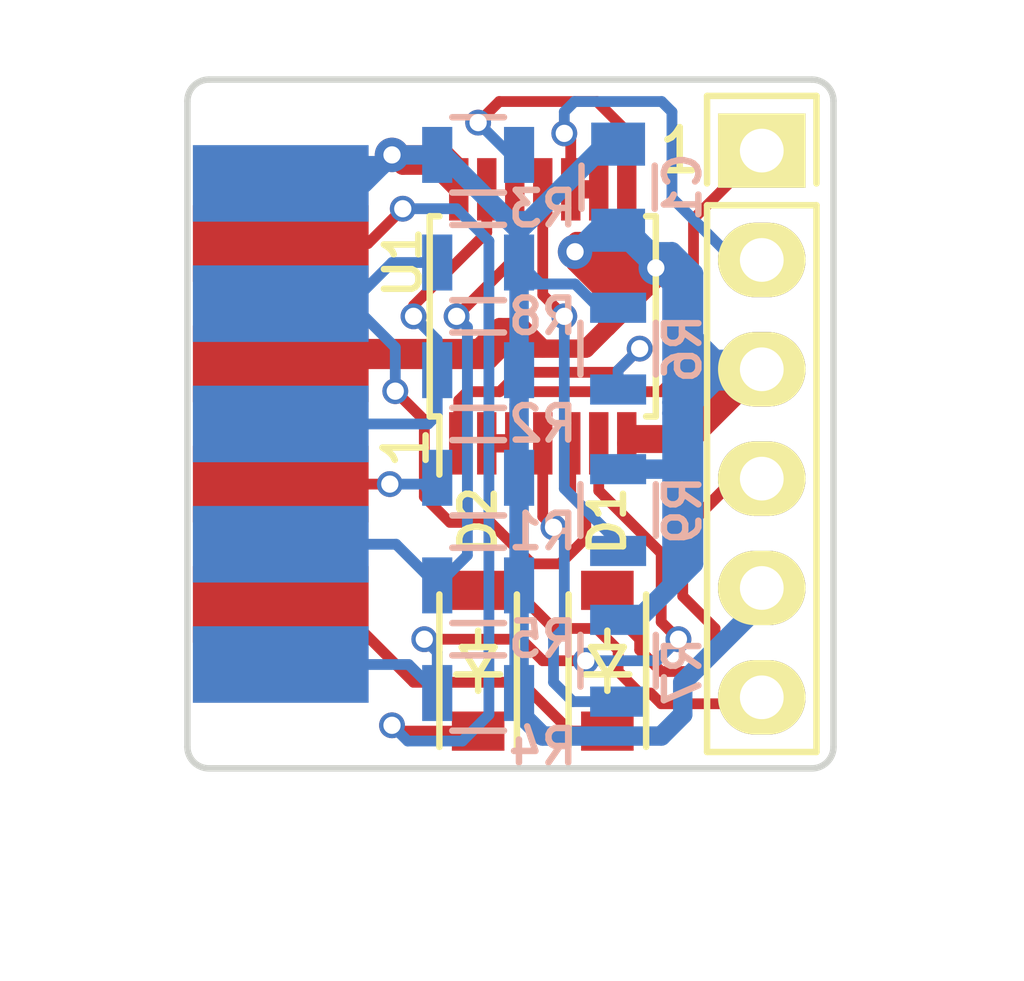
<source format=kicad_pcb>
(kicad_pcb (version 4) (host pcbnew 4.0.2-stable)

  (general
    (links 36)
    (no_connects 0)
    (area 130.174999 101.924999 145.325001 118.075001)
    (thickness 1.6)
    (drawings 8)
    (tracks 314)
    (zones 0)
    (modules 15)
    (nets 18)
  )

  (page A4)
  (layers
    (0 F.Cu signal)
    (31 B.Cu signal)
    (32 B.Adhes user)
    (33 F.Adhes user)
    (34 B.Paste user)
    (35 F.Paste user)
    (36 B.SilkS user)
    (37 F.SilkS user)
    (38 B.Mask user)
    (39 F.Mask user)
    (40 Dwgs.User user)
    (41 Cmts.User user)
    (42 Eco1.User user)
    (43 Eco2.User user)
    (44 Edge.Cuts user)
    (45 Margin user)
    (46 B.CrtYd user)
    (47 F.CrtYd user)
    (48 B.Fab user)
    (49 F.Fab user)
  )

  (setup
    (last_trace_width 0.45)
    (user_trace_width 0.25)
    (user_trace_width 0.4)
    (user_trace_width 0.425)
    (user_trace_width 0.449)
    (user_trace_width 0.45)
    (trace_clearance 0.2)
    (zone_clearance 0.5)
    (zone_45_only no)
    (trace_min 0.2)
    (segment_width 0.2)
    (edge_width 0.15)
    (via_size 0.6)
    (via_drill 0.4)
    (via_min_size 0.4)
    (via_min_drill 0.3)
    (user_via 0.6 0.4)
    (user_via 0.8 0.4)
    (uvia_size 0.3)
    (uvia_drill 0.1)
    (uvias_allowed no)
    (uvia_min_size 0.2)
    (uvia_min_drill 0.1)
    (pcb_text_width 0.3)
    (pcb_text_size 1.5 1.5)
    (mod_edge_width 0.15)
    (mod_text_size 1 1)
    (mod_text_width 0.15)
    (pad_size 1.524 1.524)
    (pad_drill 0.762)
    (pad_to_mask_clearance 0.0762)
    (solder_mask_min_width 0.1016)
    (aux_axis_origin 108.75 123.75)
    (grid_origin 130.25 110)
    (visible_elements 7FFFFFFF)
    (pcbplotparams
      (layerselection 0x010f0_80000001)
      (usegerberextensions true)
      (excludeedgelayer true)
      (linewidth 0.100000)
      (plotframeref false)
      (viasonmask false)
      (mode 1)
      (useauxorigin false)
      (hpglpennumber 1)
      (hpglpenspeed 20)
      (hpglpendiameter 15)
      (hpglpenoverlay 2)
      (psnegative false)
      (psa4output false)
      (plotreference true)
      (plotvalue true)
      (plotinvisibletext false)
      (padsonsilk false)
      (subtractmaskfromsilk false)
      (outputformat 1)
      (mirror false)
      (drillshape 0)
      (scaleselection 1)
      (outputdirectory Gerbers/))
  )

  (net 0 "")
  (net 1 VCC)
  (net 2 GND)
  (net 3 /ATARI_FIRE1)
  (net 4 /COCO_B1)
  (net 5 /ATARI_FIRE2)
  (net 6 /COCO_B2)
  (net 7 /ATARI_DOWN)
  (net 8 /ATARI_LEFT)
  (net 9 /ATARI_RIGHT)
  (net 10 /ATARI_UP)
  (net 11 /ATARI_OPTIONAL_5V)
  (net 12 /COCO_X)
  (net 13 /COCO_Y)
  (net 14 "Net-(R6-Pad2)")
  (net 15 "Net-(R7-Pad1)")
  (net 16 "Net-(R8-Pad2)")
  (net 17 "Net-(R9-Pad1)")

  (net_class Default "This is the default net class."
    (clearance 0.2)
    (trace_width 0.25)
    (via_dia 0.6)
    (via_drill 0.4)
    (uvia_dia 0.3)
    (uvia_drill 0.1)
    (add_net /ATARI_DOWN)
    (add_net /ATARI_FIRE1)
    (add_net /ATARI_FIRE2)
    (add_net /ATARI_LEFT)
    (add_net /ATARI_OPTIONAL_5V)
    (add_net /ATARI_RIGHT)
    (add_net /ATARI_UP)
    (add_net /COCO_B1)
    (add_net /COCO_B2)
    (add_net /COCO_X)
    (add_net /COCO_Y)
    (add_net GND)
    (add_net "Net-(R6-Pad2)")
    (add_net "Net-(R7-Pad1)")
    (add_net "Net-(R8-Pad2)")
    (add_net "Net-(R9-Pad1)")
    (add_net VCC)
  )

  (module Housings_SSOP:TSSOP-14_4.4x5mm_Pitch0.65mm (layer F.Cu) (tedit 5779DC8D) (tstamp 5773B71C)
    (at 138.5 107.5 90)
    (descr "14-Lead Plastic Thin Shrink Small Outline (ST)-4.4 mm Body [TSSOP] (see Microchip Packaging Specification 00000049BS.pdf)")
    (tags "SSOP 0.65")
    (path /57739AAE)
    (attr smd)
    (fp_text reference U1 (at 1.25 -3.25 90) (layer F.SilkS)
      (effects (font (size 0.8 0.8) (thickness 0.15)))
    )
    (fp_text value 4066 (at 6.5 -0.25 180) (layer F.Fab)
      (effects (font (size 1 1) (thickness 0.15)))
    )
    (fp_text user 1 (at -3.048 -3.175 90) (layer F.SilkS)
      (effects (font (size 1 1) (thickness 0.15)))
    )
    (fp_line (start -3.95 -2.8) (end -3.95 2.8) (layer F.CrtYd) (width 0.05))
    (fp_line (start 3.95 -2.8) (end 3.95 2.8) (layer F.CrtYd) (width 0.05))
    (fp_line (start -3.95 -2.8) (end 3.95 -2.8) (layer F.CrtYd) (width 0.05))
    (fp_line (start -3.95 2.8) (end 3.95 2.8) (layer F.CrtYd) (width 0.05))
    (fp_line (start -2.325 -2.625) (end -2.325 -2.4) (layer F.SilkS) (width 0.15))
    (fp_line (start 2.325 -2.625) (end 2.325 -2.4) (layer F.SilkS) (width 0.15))
    (fp_line (start 2.325 2.625) (end 2.325 2.4) (layer F.SilkS) (width 0.15))
    (fp_line (start -2.325 2.625) (end -2.325 2.4) (layer F.SilkS) (width 0.15))
    (fp_line (start -2.325 -2.625) (end 2.325 -2.625) (layer F.SilkS) (width 0.15))
    (fp_line (start -2.325 2.625) (end 2.325 2.625) (layer F.SilkS) (width 0.15))
    (fp_line (start -2.325 -2.4) (end -3.675 -2.4) (layer F.SilkS) (width 0.15))
    (pad 1 smd rect (at -2.95 -1.95 90) (size 1.45 0.45) (layers F.Cu F.Paste F.Mask)
      (net 14 "Net-(R6-Pad2)"))
    (pad 2 smd rect (at -2.95 -1.3 90) (size 1.45 0.45) (layers F.Cu F.Paste F.Mask)
      (net 12 /COCO_X))
    (pad 3 smd rect (at -2.95 -0.65 90) (size 1.45 0.45) (layers F.Cu F.Paste F.Mask)
      (net 12 /COCO_X))
    (pad 4 smd rect (at -2.95 0 90) (size 1.45 0.45) (layers F.Cu F.Paste F.Mask)
      (net 15 "Net-(R7-Pad1)"))
    (pad 5 smd rect (at -2.95 0.65 90) (size 1.45 0.45) (layers F.Cu F.Paste F.Mask)
      (net 9 /ATARI_RIGHT))
    (pad 6 smd rect (at -2.95 1.3 90) (size 1.45 0.45) (layers F.Cu F.Paste F.Mask)
      (net 10 /ATARI_UP))
    (pad 7 smd rect (at -2.95 1.95 90) (size 1.45 0.45) (layers F.Cu F.Paste F.Mask)
      (net 2 GND))
    (pad 8 smd rect (at 2.95 1.95 90) (size 1.45 0.45) (layers F.Cu F.Paste F.Mask)
      (net 16 "Net-(R8-Pad2)"))
    (pad 9 smd rect (at 2.95 1.3 90) (size 1.45 0.45) (layers F.Cu F.Paste F.Mask)
      (net 13 /COCO_Y))
    (pad 10 smd rect (at 2.95 0.65 90) (size 1.45 0.45) (layers F.Cu F.Paste F.Mask)
      (net 13 /COCO_Y))
    (pad 11 smd rect (at 2.95 0 90) (size 1.45 0.45) (layers F.Cu F.Paste F.Mask)
      (net 17 "Net-(R9-Pad1)"))
    (pad 12 smd rect (at 2.95 -0.65 90) (size 1.45 0.45) (layers F.Cu F.Paste F.Mask)
      (net 7 /ATARI_DOWN))
    (pad 13 smd rect (at 2.95 -1.3 90) (size 1.45 0.45) (layers F.Cu F.Paste F.Mask)
      (net 8 /ATARI_LEFT))
    (pad 14 smd rect (at 2.95 -1.95 90) (size 1.45 0.45) (layers F.Cu F.Paste F.Mask)
      (net 1 VCC))
    (model Housings_SSOP.3dshapes/TSSOP-14_4.4x5mm_Pitch0.65mm.wrl
      (at (xyz 0 0 0))
      (scale (xyz 1 1 1))
      (rotate (xyz 0 0 0))
    )
  )

  (module Pin_Headers:Pin_Header_Straight_1x06 (layer F.Cu) (tedit 5779D66F) (tstamp 5773B6D4)
    (at 143.585 103.65)
    (descr "Through hole pin header")
    (tags "pin header")
    (path /5773B4C2)
    (fp_text reference P1 (at 2.915 -0.15) (layer F.Fab)
      (effects (font (size 1 1) (thickness 0.15)))
    )
    (fp_text value COCO (at 3.915 1.35) (layer F.Fab)
      (effects (font (size 1 1) (thickness 0.15)))
    )
    (fp_text user 1 (at -1.905 0) (layer F.SilkS)
      (effects (font (size 1 1) (thickness 0.15)))
    )
    (fp_line (start 1.27 -1.27) (end 1.27 0.762) (layer F.SilkS) (width 0.15))
    (fp_line (start -1.27 -1.27) (end -1.27 0.762) (layer F.SilkS) (width 0.15))
    (fp_line (start -1.27 -1.27) (end 1.27 -1.27) (layer F.SilkS) (width 0.15))
    (fp_line (start -1.75 -1.75) (end -1.75 14.45) (layer F.CrtYd) (width 0.05))
    (fp_line (start 1.75 -1.75) (end 1.75 14.45) (layer F.CrtYd) (width 0.05))
    (fp_line (start -1.75 -1.75) (end 1.75 -1.75) (layer F.CrtYd) (width 0.05))
    (fp_line (start -1.75 14.45) (end 1.75 14.45) (layer F.CrtYd) (width 0.05))
    (fp_line (start 1.27 1.27) (end 1.27 13.97) (layer F.SilkS) (width 0.15))
    (fp_line (start 1.27 13.97) (end -1.27 13.97) (layer F.SilkS) (width 0.15))
    (fp_line (start -1.27 13.97) (end -1.27 1.27) (layer F.SilkS) (width 0.15))
    (fp_line (start 1.27 1.27) (end -1.27 1.27) (layer F.SilkS) (width 0.15))
    (pad 1 thru_hole rect (at 0 0) (size 2.032 1.7272) (drill 1.016) (layers *.Cu *.Mask F.SilkS)
      (net 12 /COCO_X))
    (pad 2 thru_hole oval (at 0 2.54) (size 2.032 1.7272) (drill 1.016) (layers *.Cu *.Mask F.SilkS)
      (net 13 /COCO_Y))
    (pad 3 thru_hole oval (at 0 5.08) (size 2.032 1.7272) (drill 1.016) (layers *.Cu *.Mask F.SilkS)
      (net 2 GND))
    (pad 4 thru_hole oval (at 0 7.62) (size 2.032 1.7272) (drill 1.016) (layers *.Cu *.Mask F.SilkS)
      (net 4 /COCO_B1))
    (pad 5 thru_hole oval (at 0 10.16) (size 2.032 1.7272) (drill 1.016) (layers *.Cu *.Mask F.SilkS)
      (net 1 VCC))
    (pad 6 thru_hole oval (at 0 12.7) (size 2.032 1.7272) (drill 1.016) (layers *.Cu *.Mask F.SilkS)
      (net 6 /COCO_B2))
  )

  (module Diodes_SMD:SOD-123 (layer F.Cu) (tedit 5779DC83) (tstamp 5773B6B6)
    (at 140 115.5 90)
    (descr SOD-123)
    (tags SOD-123)
    (path /57739BD1)
    (attr smd)
    (fp_text reference D1 (at 3.25 0 90) (layer F.SilkS)
      (effects (font (size 0.8 0.8) (thickness 0.15)))
    )
    (fp_text value Signal (at -5 0 90) (layer F.Fab)
      (effects (font (size 1 1) (thickness 0.15)))
    )
    (fp_line (start 0.3175 0) (end 0.6985 0) (layer F.SilkS) (width 0.15))
    (fp_line (start -0.6985 0) (end -0.3175 0) (layer F.SilkS) (width 0.15))
    (fp_line (start -0.3175 0) (end 0.3175 -0.381) (layer F.SilkS) (width 0.15))
    (fp_line (start 0.3175 -0.381) (end 0.3175 0.381) (layer F.SilkS) (width 0.15))
    (fp_line (start 0.3175 0.381) (end -0.3175 0) (layer F.SilkS) (width 0.15))
    (fp_line (start -0.3175 -0.508) (end -0.3175 0.508) (layer F.SilkS) (width 0.15))
    (fp_line (start -2.25 -1.05) (end 2.25 -1.05) (layer F.CrtYd) (width 0.05))
    (fp_line (start 2.25 -1.05) (end 2.25 1.05) (layer F.CrtYd) (width 0.05))
    (fp_line (start 2.25 1.05) (end -2.25 1.05) (layer F.CrtYd) (width 0.05))
    (fp_line (start -2.25 -1.05) (end -2.25 1.05) (layer F.CrtYd) (width 0.05))
    (fp_line (start -2 0.9) (end 1.54 0.9) (layer F.SilkS) (width 0.15))
    (fp_line (start -2 -0.9) (end 1.54 -0.9) (layer F.SilkS) (width 0.15))
    (pad 1 smd rect (at -1.635 0 90) (size 0.91 1.22) (layers F.Cu F.Paste F.Mask)
      (net 3 /ATARI_FIRE1))
    (pad 2 smd rect (at 1.635 0 90) (size 0.91 1.22) (layers F.Cu F.Paste F.Mask)
      (net 4 /COCO_B1))
    (model ../../../../../../dev/Coco/Circuits/Libraries/smisioto/walter/smd_diode/sod123.wrl
      (at (xyz 0 0 0))
      (scale (xyz 1 1 1))
      (rotate (xyz 0 0 180))
    )
  )

  (module Diodes_SMD:SOD-123 (layer F.Cu) (tedit 5779DC87) (tstamp 5773B6BC)
    (at 137 115.5 90)
    (descr SOD-123)
    (tags SOD-123)
    (path /57739C4D)
    (attr smd)
    (fp_text reference D2 (at 3.25 0 90) (layer F.SilkS)
      (effects (font (size 0.8 0.8) (thickness 0.15)))
    )
    (fp_text value Signal (at -5 0 90) (layer F.Fab)
      (effects (font (size 1 1) (thickness 0.15)))
    )
    (fp_line (start 0.3175 0) (end 0.6985 0) (layer F.SilkS) (width 0.15))
    (fp_line (start -0.6985 0) (end -0.3175 0) (layer F.SilkS) (width 0.15))
    (fp_line (start -0.3175 0) (end 0.3175 -0.381) (layer F.SilkS) (width 0.15))
    (fp_line (start 0.3175 -0.381) (end 0.3175 0.381) (layer F.SilkS) (width 0.15))
    (fp_line (start 0.3175 0.381) (end -0.3175 0) (layer F.SilkS) (width 0.15))
    (fp_line (start -0.3175 -0.508) (end -0.3175 0.508) (layer F.SilkS) (width 0.15))
    (fp_line (start -2.25 -1.05) (end 2.25 -1.05) (layer F.CrtYd) (width 0.05))
    (fp_line (start 2.25 -1.05) (end 2.25 1.05) (layer F.CrtYd) (width 0.05))
    (fp_line (start 2.25 1.05) (end -2.25 1.05) (layer F.CrtYd) (width 0.05))
    (fp_line (start -2.25 -1.05) (end -2.25 1.05) (layer F.CrtYd) (width 0.05))
    (fp_line (start -2 0.9) (end 1.54 0.9) (layer F.SilkS) (width 0.15))
    (fp_line (start -2 -0.9) (end 1.54 -0.9) (layer F.SilkS) (width 0.15))
    (pad 1 smd rect (at -1.635 0 90) (size 0.91 1.22) (layers F.Cu F.Paste F.Mask)
      (net 5 /ATARI_FIRE2))
    (pad 2 smd rect (at 1.635 0 90) (size 0.91 1.22) (layers F.Cu F.Paste F.Mask)
      (net 6 /COCO_B2))
    (model ../../../../../../dev/Coco/Circuits/Libraries/smisioto/walter/smd_diode/sod123.wrl
      (at (xyz 0 0 0))
      (scale (xyz 1 1 1))
      (rotate (xyz 0 0 180))
    )
  )

  (module Connect:DB9M_CI (layer B.Cu) (tedit 5779D6C8) (tstamp 5773B6C9)
    (at 130.25 110 270)
    (descr "Connecteur DB9 male encarte")
    (tags "CONN DB9")
    (path /5773A4AF)
    (fp_text reference P2 (at -6.5 1.25 360) (layer F.Fab)
      (effects (font (size 1 1) (thickness 0.15)))
    )
    (fp_text value ATARI (at -5 2.25 360) (layer F.Fab)
      (effects (font (size 1 1) (thickness 0.15)))
    )
    (pad 2 connect rect (at 2.794 -2.167 270) (size 1.778 4.08) (layers B.Cu B.Mask)
      (net 7 /ATARI_DOWN))
    (pad 3 connect rect (at 0 -2.167 270) (size 1.778 4.08) (layers B.Cu B.Mask)
      (net 8 /ATARI_LEFT))
    (pad 4 connect rect (at -2.794 -2.167 270) (size 1.778 4.08) (layers B.Cu B.Mask)
      (net 9 /ATARI_RIGHT))
    (pad 5 connect rect (at -5.588 -2.167 270) (size 1.778 4.08) (layers B.Cu B.Mask)
      (net 1 VCC))
    (pad 1 connect rect (at 5.588 -2.167 270) (size 1.778 4.08) (layers B.Cu B.Mask)
      (net 10 /ATARI_UP))
    (pad 9 connect rect (at -4.191 -2.167 270) (size 1.778 4.08) (layers F.Cu F.Mask)
      (net 5 /ATARI_FIRE2))
    (pad 8 connect rect (at -1.397 -2.167 270) (size 1.778 4.08) (layers F.Cu F.Mask)
      (net 2 GND))
    (pad 7 connect rect (at 1.397 -2.167 270) (size 1.778 4.08) (layers F.Cu F.Mask)
      (net 11 /ATARI_OPTIONAL_5V))
    (pad 6 connect rect (at 4.191 -2.167 270) (size 1.778 4.08) (layers F.Cu F.Mask)
      (net 3 /ATARI_FIRE1))
    (model Connect.3dshapes/DB9M_CI.wrl
      (at (xyz 0 0 -0.033))
      (scale (xyz 1 1 1))
      (rotate (xyz 90 180 0))
    )
  )

  (module Capacitors_SMD:C_0805 (layer B.Cu) (tedit 5779D80A) (tstamp 5773B6B0)
    (at 140.25 104.5 270)
    (descr "Capacitor SMD 0805, reflow soldering, AVX (see smccp.pdf)")
    (tags "capacitor 0805")
    (path /5773A888)
    (attr smd)
    (fp_text reference C1 (at 0 -1.5 270) (layer B.SilkS)
      (effects (font (size 0.8 0.8) (thickness 0.15)) (justify mirror))
    )
    (fp_text value 0.1uF (at 0 -7.25 360) (layer B.Fab)
      (effects (font (size 1 1) (thickness 0.15)) (justify mirror))
    )
    (fp_line (start -1.8 1) (end 1.8 1) (layer B.CrtYd) (width 0.05))
    (fp_line (start -1.8 -1) (end 1.8 -1) (layer B.CrtYd) (width 0.05))
    (fp_line (start -1.8 1) (end -1.8 -1) (layer B.CrtYd) (width 0.05))
    (fp_line (start 1.8 1) (end 1.8 -1) (layer B.CrtYd) (width 0.05))
    (fp_line (start 0.5 0.85) (end -0.5 0.85) (layer B.SilkS) (width 0.15))
    (fp_line (start -0.5 -0.85) (end 0.5 -0.85) (layer B.SilkS) (width 0.15))
    (pad 1 smd rect (at -1 0 270) (size 1 1.25) (layers B.Cu B.Paste B.Mask)
      (net 1 VCC))
    (pad 2 smd rect (at 1 0 270) (size 1 1.25) (layers B.Cu B.Paste B.Mask)
      (net 2 GND))
    (model Capacitors_SMD.3dshapes/C_0805.wrl
      (at (xyz 0 0 0))
      (scale (xyz 1 1 1))
      (rotate (xyz 0 0 0))
    )
  )

  (module Resistors_SMD:R_0805 (layer B.Cu) (tedit 5779D877) (tstamp 5773B6DA)
    (at 137 111.25 180)
    (descr "Resistor SMD 0805, reflow soldering, Vishay (see dcrcw.pdf)")
    (tags "resistor 0805")
    (path /57739CA5)
    (attr smd)
    (fp_text reference R1 (at -1.5 -1.25 180) (layer B.SilkS)
      (effects (font (size 0.8 0.8) (thickness 0.15)) (justify mirror))
    )
    (fp_text value 10K (at 8.5 0 180) (layer B.Fab)
      (effects (font (size 1 1) (thickness 0.15)) (justify mirror))
    )
    (fp_line (start -1.6 1) (end 1.6 1) (layer B.CrtYd) (width 0.05))
    (fp_line (start -1.6 -1) (end 1.6 -1) (layer B.CrtYd) (width 0.05))
    (fp_line (start -1.6 1) (end -1.6 -1) (layer B.CrtYd) (width 0.05))
    (fp_line (start 1.6 1) (end 1.6 -1) (layer B.CrtYd) (width 0.05))
    (fp_line (start 0.6 -0.875) (end -0.6 -0.875) (layer B.SilkS) (width 0.15))
    (fp_line (start -0.6 0.875) (end 0.6 0.875) (layer B.SilkS) (width 0.15))
    (pad 1 smd rect (at -0.95 0 180) (size 0.7 1.3) (layers B.Cu B.Paste B.Mask)
      (net 1 VCC))
    (pad 2 smd rect (at 0.95 0 180) (size 0.7 1.3) (layers B.Cu B.Paste B.Mask)
      (net 11 /ATARI_OPTIONAL_5V))
    (model Resistors_SMD.3dshapes/R_0805.wrl
      (at (xyz 0 0 0))
      (scale (xyz 1 1 1))
      (rotate (xyz 0 0 0))
    )
  )

  (module Resistors_SMD:R_0805 (layer B.Cu) (tedit 5779D836) (tstamp 5773B6E0)
    (at 137 108.75 180)
    (descr "Resistor SMD 0805, reflow soldering, Vishay (see dcrcw.pdf)")
    (tags "resistor 0805")
    (path /57739CF5)
    (attr smd)
    (fp_text reference R2 (at -1.5 -1.25 180) (layer B.SilkS)
      (effects (font (size 0.8 0.8) (thickness 0.15)) (justify mirror))
    )
    (fp_text value 10K (at 8.5 0 180) (layer B.Fab)
      (effects (font (size 1 1) (thickness 0.15)) (justify mirror))
    )
    (fp_line (start -1.6 1) (end 1.6 1) (layer B.CrtYd) (width 0.05))
    (fp_line (start -1.6 -1) (end 1.6 -1) (layer B.CrtYd) (width 0.05))
    (fp_line (start -1.6 1) (end -1.6 -1) (layer B.CrtYd) (width 0.05))
    (fp_line (start 1.6 1) (end 1.6 -1) (layer B.CrtYd) (width 0.05))
    (fp_line (start 0.6 -0.875) (end -0.6 -0.875) (layer B.SilkS) (width 0.15))
    (fp_line (start -0.6 0.875) (end 0.6 0.875) (layer B.SilkS) (width 0.15))
    (pad 1 smd rect (at -0.95 0 180) (size 0.7 1.3) (layers B.Cu B.Paste B.Mask)
      (net 1 VCC))
    (pad 2 smd rect (at 0.95 0 180) (size 0.7 1.3) (layers B.Cu B.Paste B.Mask)
      (net 8 /ATARI_LEFT))
    (model Resistors_SMD.3dshapes/R_0805.wrl
      (at (xyz 0 0 0))
      (scale (xyz 1 1 1))
      (rotate (xyz 0 0 0))
    )
  )

  (module Resistors_SMD:R_0805 (layer B.Cu) (tedit 5779D7E6) (tstamp 5773B6E6)
    (at 137 106.25 180)
    (descr "Resistor SMD 0805, reflow soldering, Vishay (see dcrcw.pdf)")
    (tags "resistor 0805")
    (path /57739D2D)
    (attr smd)
    (fp_text reference R3 (at -1.5 1.25 180) (layer B.SilkS)
      (effects (font (size 0.8 0.8) (thickness 0.15)) (justify mirror))
    )
    (fp_text value 10K (at 8.5 0 180) (layer B.Fab)
      (effects (font (size 1 1) (thickness 0.15)) (justify mirror))
    )
    (fp_line (start -1.6 1) (end 1.6 1) (layer B.CrtYd) (width 0.05))
    (fp_line (start -1.6 -1) (end 1.6 -1) (layer B.CrtYd) (width 0.05))
    (fp_line (start -1.6 1) (end -1.6 -1) (layer B.CrtYd) (width 0.05))
    (fp_line (start 1.6 1) (end 1.6 -1) (layer B.CrtYd) (width 0.05))
    (fp_line (start 0.6 -0.875) (end -0.6 -0.875) (layer B.SilkS) (width 0.15))
    (fp_line (start -0.6 0.875) (end 0.6 0.875) (layer B.SilkS) (width 0.15))
    (pad 1 smd rect (at -0.95 0 180) (size 0.7 1.3) (layers B.Cu B.Paste B.Mask)
      (net 1 VCC))
    (pad 2 smd rect (at 0.95 0 180) (size 0.7 1.3) (layers B.Cu B.Paste B.Mask)
      (net 9 /ATARI_RIGHT))
    (model Resistors_SMD.3dshapes/R_0805.wrl
      (at (xyz 0 0 0))
      (scale (xyz 1 1 1))
      (rotate (xyz 0 0 0))
    )
  )

  (module Resistors_SMD:R_0805 (layer B.Cu) (tedit 5779D890) (tstamp 5773B6EC)
    (at 137 116.25 180)
    (descr "Resistor SMD 0805, reflow soldering, Vishay (see dcrcw.pdf)")
    (tags "resistor 0805")
    (path /57739D64)
    (attr smd)
    (fp_text reference R4 (at -1.5 -1.25 180) (layer B.SilkS)
      (effects (font (size 0.8 0.8) (thickness 0.15)) (justify mirror))
    )
    (fp_text value 10K (at 8.5 0 180) (layer B.Fab)
      (effects (font (size 1 1) (thickness 0.15)) (justify mirror))
    )
    (fp_line (start -1.6 1) (end 1.6 1) (layer B.CrtYd) (width 0.05))
    (fp_line (start -1.6 -1) (end 1.6 -1) (layer B.CrtYd) (width 0.05))
    (fp_line (start -1.6 1) (end -1.6 -1) (layer B.CrtYd) (width 0.05))
    (fp_line (start 1.6 1) (end 1.6 -1) (layer B.CrtYd) (width 0.05))
    (fp_line (start 0.6 -0.875) (end -0.6 -0.875) (layer B.SilkS) (width 0.15))
    (fp_line (start -0.6 0.875) (end 0.6 0.875) (layer B.SilkS) (width 0.15))
    (pad 1 smd rect (at -0.95 0 180) (size 0.7 1.3) (layers B.Cu B.Paste B.Mask)
      (net 1 VCC))
    (pad 2 smd rect (at 0.95 0 180) (size 0.7 1.3) (layers B.Cu B.Paste B.Mask)
      (net 10 /ATARI_UP))
    (model Resistors_SMD.3dshapes/R_0805.wrl
      (at (xyz 0 0 0))
      (scale (xyz 1 1 1))
      (rotate (xyz 0 0 0))
    )
  )

  (module Resistors_SMD:R_0805 (layer B.Cu) (tedit 5779D8AB) (tstamp 5773B6F2)
    (at 137 113.75 180)
    (descr "Resistor SMD 0805, reflow soldering, Vishay (see dcrcw.pdf)")
    (tags "resistor 0805")
    (path /5773C03E)
    (attr smd)
    (fp_text reference R5 (at -1.5 -1.25 180) (layer B.SilkS)
      (effects (font (size 0.8 0.8) (thickness 0.15)) (justify mirror))
    )
    (fp_text value 10K (at 8.5 0 180) (layer B.Fab)
      (effects (font (size 1 1) (thickness 0.15)) (justify mirror))
    )
    (fp_line (start -1.6 1) (end 1.6 1) (layer B.CrtYd) (width 0.05))
    (fp_line (start -1.6 -1) (end 1.6 -1) (layer B.CrtYd) (width 0.05))
    (fp_line (start -1.6 1) (end -1.6 -1) (layer B.CrtYd) (width 0.05))
    (fp_line (start 1.6 1) (end 1.6 -1) (layer B.CrtYd) (width 0.05))
    (fp_line (start 0.6 -0.875) (end -0.6 -0.875) (layer B.SilkS) (width 0.15))
    (fp_line (start -0.6 0.875) (end 0.6 0.875) (layer B.SilkS) (width 0.15))
    (pad 1 smd rect (at -0.95 0 180) (size 0.7 1.3) (layers B.Cu B.Paste B.Mask)
      (net 1 VCC))
    (pad 2 smd rect (at 0.95 0 180) (size 0.7 1.3) (layers B.Cu B.Paste B.Mask)
      (net 7 /ATARI_DOWN))
    (model Resistors_SMD.3dshapes/R_0805.wrl
      (at (xyz 0 0 0))
      (scale (xyz 1 1 1))
      (rotate (xyz 0 0 0))
    )
  )

  (module Resistors_SMD:R_0805 (layer B.Cu) (tedit 5779D80E) (tstamp 5773B6F8)
    (at 140.25 108.25 270)
    (descr "Resistor SMD 0805, reflow soldering, Vishay (see dcrcw.pdf)")
    (tags "resistor 0805")
    (path /57739F0A)
    (attr smd)
    (fp_text reference R6 (at 0 -1.5 270) (layer B.SilkS)
      (effects (font (size 0.8 0.8) (thickness 0.15)) (justify mirror))
    )
    (fp_text value 47K (at 0 -6.75 360) (layer B.Fab)
      (effects (font (size 1 1) (thickness 0.15)) (justify mirror))
    )
    (fp_line (start -1.6 1) (end 1.6 1) (layer B.CrtYd) (width 0.05))
    (fp_line (start -1.6 -1) (end 1.6 -1) (layer B.CrtYd) (width 0.05))
    (fp_line (start -1.6 1) (end -1.6 -1) (layer B.CrtYd) (width 0.05))
    (fp_line (start 1.6 1) (end 1.6 -1) (layer B.CrtYd) (width 0.05))
    (fp_line (start 0.6 -0.875) (end -0.6 -0.875) (layer B.SilkS) (width 0.15))
    (fp_line (start -0.6 0.875) (end 0.6 0.875) (layer B.SilkS) (width 0.15))
    (pad 1 smd rect (at -0.95 0 270) (size 0.7 1.3) (layers B.Cu B.Paste B.Mask)
      (net 1 VCC))
    (pad 2 smd rect (at 0.95 0 270) (size 0.7 1.3) (layers B.Cu B.Paste B.Mask)
      (net 14 "Net-(R6-Pad2)"))
    (model Resistors_SMD.3dshapes/R_0805.wrl
      (at (xyz 0 0 0))
      (scale (xyz 1 1 1))
      (rotate (xyz 0 0 0))
    )
  )

  (module Resistors_SMD:R_0805 (layer B.Cu) (tedit 5779D817) (tstamp 5773B6FE)
    (at 140.25 115.5 90)
    (descr "Resistor SMD 0805, reflow soldering, Vishay (see dcrcw.pdf)")
    (tags "resistor 0805")
    (path /57739E88)
    (attr smd)
    (fp_text reference R7 (at -0.25 1.5 90) (layer B.SilkS)
      (effects (font (size 0.8 0.8) (thickness 0.15)) (justify mirror))
    )
    (fp_text value 47K (at 0 6.75 180) (layer B.Fab)
      (effects (font (size 1 1) (thickness 0.15)) (justify mirror))
    )
    (fp_line (start -1.6 1) (end 1.6 1) (layer B.CrtYd) (width 0.05))
    (fp_line (start -1.6 -1) (end 1.6 -1) (layer B.CrtYd) (width 0.05))
    (fp_line (start -1.6 1) (end -1.6 -1) (layer B.CrtYd) (width 0.05))
    (fp_line (start 1.6 1) (end 1.6 -1) (layer B.CrtYd) (width 0.05))
    (fp_line (start 0.6 -0.875) (end -0.6 -0.875) (layer B.SilkS) (width 0.15))
    (fp_line (start -0.6 0.875) (end 0.6 0.875) (layer B.SilkS) (width 0.15))
    (pad 1 smd rect (at -0.95 0 90) (size 0.7 1.3) (layers B.Cu B.Paste B.Mask)
      (net 15 "Net-(R7-Pad1)"))
    (pad 2 smd rect (at 0.95 0 90) (size 0.7 1.3) (layers B.Cu B.Paste B.Mask)
      (net 2 GND))
    (model Resistors_SMD.3dshapes/R_0805.wrl
      (at (xyz 0 0 0))
      (scale (xyz 1 1 1))
      (rotate (xyz 0 0 0))
    )
  )

  (module Resistors_SMD:R_0805 (layer B.Cu) (tedit 5779D908) (tstamp 5773B704)
    (at 137 103.75)
    (descr "Resistor SMD 0805, reflow soldering, Vishay (see dcrcw.pdf)")
    (tags "resistor 0805")
    (path /57739F68)
    (attr smd)
    (fp_text reference R8 (at 1.5 3.75) (layer B.SilkS)
      (effects (font (size 0.8 0.8) (thickness 0.15)) (justify mirror))
    )
    (fp_text value 47K (at -8.5 0) (layer B.Fab)
      (effects (font (size 1 1) (thickness 0.15)) (justify mirror))
    )
    (fp_line (start -1.6 1) (end 1.6 1) (layer B.CrtYd) (width 0.05))
    (fp_line (start -1.6 -1) (end 1.6 -1) (layer B.CrtYd) (width 0.05))
    (fp_line (start -1.6 1) (end -1.6 -1) (layer B.CrtYd) (width 0.05))
    (fp_line (start 1.6 1) (end 1.6 -1) (layer B.CrtYd) (width 0.05))
    (fp_line (start 0.6 -0.875) (end -0.6 -0.875) (layer B.SilkS) (width 0.15))
    (fp_line (start -0.6 0.875) (end 0.6 0.875) (layer B.SilkS) (width 0.15))
    (pad 1 smd rect (at -0.95 0) (size 0.7 1.3) (layers B.Cu B.Paste B.Mask)
      (net 1 VCC))
    (pad 2 smd rect (at 0.95 0) (size 0.7 1.3) (layers B.Cu B.Paste B.Mask)
      (net 16 "Net-(R8-Pad2)"))
    (model Resistors_SMD.3dshapes/R_0805.wrl
      (at (xyz 0 0 0))
      (scale (xyz 1 1 1))
      (rotate (xyz 0 0 0))
    )
  )

  (module Resistors_SMD:R_0805 (layer B.Cu) (tedit 5779D814) (tstamp 5773B70A)
    (at 140.25 112 90)
    (descr "Resistor SMD 0805, reflow soldering, Vishay (see dcrcw.pdf)")
    (tags "resistor 0805")
    (path /57739FE3)
    (attr smd)
    (fp_text reference R9 (at 0 1.5 90) (layer B.SilkS)
      (effects (font (size 0.8 0.8) (thickness 0.15)) (justify mirror))
    )
    (fp_text value 47K (at 0 6.75 180) (layer B.Fab)
      (effects (font (size 1 1) (thickness 0.15)) (justify mirror))
    )
    (fp_line (start -1.6 1) (end 1.6 1) (layer B.CrtYd) (width 0.05))
    (fp_line (start -1.6 -1) (end 1.6 -1) (layer B.CrtYd) (width 0.05))
    (fp_line (start -1.6 1) (end -1.6 -1) (layer B.CrtYd) (width 0.05))
    (fp_line (start 1.6 1) (end 1.6 -1) (layer B.CrtYd) (width 0.05))
    (fp_line (start 0.6 -0.875) (end -0.6 -0.875) (layer B.SilkS) (width 0.15))
    (fp_line (start -0.6 0.875) (end 0.6 0.875) (layer B.SilkS) (width 0.15))
    (pad 1 smd rect (at -0.95 0 90) (size 0.7 1.3) (layers B.Cu B.Paste B.Mask)
      (net 17 "Net-(R9-Pad1)"))
    (pad 2 smd rect (at 0.95 0 90) (size 0.7 1.3) (layers B.Cu B.Paste B.Mask)
      (net 2 GND))
    (model Resistors_SMD.3dshapes/R_0805.wrl
      (at (xyz 0 0 0))
      (scale (xyz 1 1 1))
      (rotate (xyz 0 0 0))
    )
  )

  (gr_line (start 130.25 117.5) (end 130.25 102.5) (angle 90) (layer Edge.Cuts) (width 0.15))
  (gr_line (start 144.75 118) (end 130.75 118) (angle 90) (layer Edge.Cuts) (width 0.15))
  (gr_line (start 145.25 102.5) (end 145.25 117.5) (angle 90) (layer Edge.Cuts) (width 0.15))
  (gr_line (start 130.75 102) (end 144.75 102) (angle 90) (layer Edge.Cuts) (width 0.15))
  (gr_arc (start 130.75 102.5) (end 130.25 102.5) (angle 90) (layer Edge.Cuts) (width 0.15))
  (gr_arc (start 130.75 117.5) (end 130.75 118) (angle 90) (layer Edge.Cuts) (width 0.15))
  (gr_arc (start 144.75 117.5) (end 145.25 117.5) (angle 90) (layer Edge.Cuts) (width 0.15))
  (gr_arc (start 144.75 102.5) (end 144.75 102) (angle 90) (layer Edge.Cuts) (width 0.15))

  (segment (start 135 103.75) (end 136.25 103.75) (width 0.425) (layer F.Cu) (net 1))
  (segment (start 136.25 103.75) (end 136.55 104.05) (width 0.425) (layer F.Cu) (net 1) (tstamp 5779F9E8))
  (segment (start 136.55 104.05) (end 136.55 104.55) (width 0.425) (layer F.Cu) (net 1) (tstamp 5779F9E9))
  (segment (start 135 103.75) (end 135.25 104) (width 0.425) (layer F.Cu) (net 1))
  (segment (start 135.25 104) (end 136 104) (width 0.425) (layer F.Cu) (net 1) (tstamp 5779F9E1))
  (segment (start 135 103.75) (end 134.75 104) (width 0.45) (layer B.Cu) (net 1))
  (segment (start 134.75 104) (end 132.829 104) (width 0.45) (layer B.Cu) (net 1) (tstamp 5779F854))
  (segment (start 132.829 104) (end 132.417 104.412) (width 0.45) (layer B.Cu) (net 1) (tstamp 5779F865))
  (segment (start 138.229 105.229) (end 138.179 105.279) (width 0.45) (layer B.Cu) (net 1))
  (segment (start 138.179 105.279) (end 137.721 105.279) (width 0.45) (layer B.Cu) (net 1) (tstamp 5779D309))
  (segment (start 137.95 105.508) (end 138.229 105.229) (width 0.45) (layer B.Cu) (net 1))
  (segment (start 138.229 105.229) (end 139.958 103.5) (width 0.45) (layer B.Cu) (net 1) (tstamp 5779D307))
  (segment (start 139.958 103.5) (end 140.25 103.5) (width 0.45) (layer B.Cu) (net 1) (tstamp 5779D300))
  (segment (start 136.55 104.55) (end 136 104) (width 0.449) (layer F.Cu) (net 1))
  (segment (start 136 104) (end 135.75 103.75) (width 0.449) (layer F.Cu) (net 1) (tstamp 5779F9E6))
  (segment (start 135.75 103.75) (end 135 103.75) (width 0.45) (layer F.Cu) (net 1) (tstamp 5779D1CC))
  (via (at 135 103.75) (size 0.8) (drill 0.4) (layers F.Cu B.Cu) (net 1))
  (segment (start 139.25 106.75) (end 138.200002 106.75) (width 0.25) (layer B.Cu) (net 1))
  (segment (start 138.200002 106.75) (end 137.95 106.499998) (width 0.25) (layer B.Cu) (net 1) (tstamp 5779CF07))
  (segment (start 137.95 106.499998) (end 137.95 106.25) (width 0.25) (layer B.Cu) (net 1) (tstamp 5779CF0B))
  (segment (start 141.75 116) (end 143.46 114.29) (width 0.45) (layer B.Cu) (net 1))
  (segment (start 143.585 113.915) (end 143.585 113.81) (width 0.45) (layer B.Cu) (net 1) (tstamp 5779CDC0))
  (segment (start 139.25 106.75) (end 138.45 106.75) (width 0.25) (layer B.Cu) (net 1))
  (segment (start 138.45 106.75) (end 137.95 106.25) (width 0.25) (layer B.Cu) (net 1) (tstamp 577906DE))
  (segment (start 139.8 107.3) (end 139.25 106.75) (width 0.25) (layer B.Cu) (net 1) (tstamp 577906D2))
  (segment (start 137.95 105.8) (end 137.95 106.25) (width 0.5) (layer B.Cu) (net 1) (tstamp 577904DA))
  (segment (start 135 103.75) (end 134.338 104.412) (width 0.45) (layer B.Cu) (net 1))
  (segment (start 134.338 104.412) (end 132.417 104.412) (width 0.25) (layer B.Cu) (net 1) (tstamp 57790278))
  (segment (start 136.05 103.75) (end 136.05 103.45) (width 0.25) (layer B.Cu) (net 1))
  (segment (start 135 103.75) (end 136.05 103.75) (width 0.45) (layer B.Cu) (net 1) (tstamp 5778FD1B))
  (segment (start 141.75 116) (end 141.75 116.75) (width 0.45) (layer B.Cu) (net 1) (tstamp 5779CDBE))
  (segment (start 141.75 116.75) (end 141.25 117.25) (width 0.45) (layer B.Cu) (net 1) (tstamp 5778FCFB))
  (segment (start 141.25 117.25) (end 138.5 117.25) (width 0.45) (layer B.Cu) (net 1) (tstamp 5778FCFD))
  (segment (start 138.5 117.25) (end 137.95 116.7) (width 0.45) (layer B.Cu) (net 1) (tstamp 5778FCFE))
  (segment (start 137.95 116.7) (end 137.95 116.25) (width 0.45) (layer B.Cu) (net 1) (tstamp 5778FCFF))
  (segment (start 137.95 106.25) (end 137.95 105.8) (width 0.25) (layer B.Cu) (net 1))
  (segment (start 136.05 103.75) (end 136.05 103.608) (width 0.25) (layer B.Cu) (net 1))
  (segment (start 136.05 103.608) (end 137.721 105.279) (width 0.45) (layer B.Cu) (net 1) (tstamp 5778FBFA))
  (segment (start 137.721 105.279) (end 137.95 105.508) (width 0.45) (layer B.Cu) (net 1) (tstamp 5779D252))
  (segment (start 137.95 105.508) (end 137.95 106.25) (width 0.45) (layer B.Cu) (net 1) (tstamp 5778FBFC))
  (segment (start 138.01 113.81) (end 137.95 113.75) (width 0.25) (layer B.Cu) (net 1) (tstamp 5778FAE3))
  (segment (start 137.95 108.75) (end 137.95 106.25) (width 0.45) (layer B.Cu) (net 1))
  (segment (start 137.95 111.25) (end 137.95 108.75) (width 0.45) (layer B.Cu) (net 1))
  (segment (start 137.95 113.75) (end 137.95 111.25) (width 0.45) (layer B.Cu) (net 1))
  (segment (start 137.95 116.25) (end 137.95 113.75) (width 0.45) (layer B.Cu) (net 1))
  (segment (start 140.75 105.75) (end 139.287502 105.75) (width 0.425) (layer F.Cu) (net 2))
  (segment (start 139.287502 105.75) (end 139.25 105.787502) (width 0.425) (layer F.Cu) (net 2) (tstamp 5779FCC4))
  (segment (start 139.25 105.787502) (end 139.25 106) (width 0.425) (layer F.Cu) (net 2) (tstamp 5779FCCA))
  (segment (start 140.75 105.75) (end 139.5 105.75) (width 0.425) (layer F.Cu) (net 2))
  (segment (start 139.5 105.75) (end 139.25 106) (width 0.425) (layer F.Cu) (net 2) (tstamp 5779FCB4))
  (segment (start 139.25 106) (end 139.25 106.25) (width 0.425) (layer F.Cu) (net 2))
  (segment (start 139.25 106.25) (end 140 107) (width 0.425) (layer F.Cu) (net 2) (tstamp 5779FCA0))
  (segment (start 140 107) (end 140 107.25) (width 0.425) (layer F.Cu) (net 2) (tstamp 5779FCA3))
  (segment (start 141.125 106.375) (end 141.125 106.125) (width 0.425) (layer F.Cu) (net 2))
  (segment (start 141.125 106.125) (end 140.75 105.75) (width 0.425) (layer F.Cu) (net 2) (tstamp 5779FC96))
  (segment (start 140.75 105.75) (end 139.75 105.75) (width 0.425) (layer F.Cu) (net 2) (tstamp 5779FC97))
  (segment (start 141.75 113.5) (end 142 113.25) (width 0.45) (layer B.Cu) (net 2))
  (segment (start 142 113.25) (end 142 109.5) (width 0.45) (layer B.Cu) (net 2) (tstamp 5779FC50))
  (segment (start 142 109.5) (end 142.77 108.73) (width 0.45) (layer B.Cu) (net 2) (tstamp 5779FC52))
  (segment (start 142.77 108.73) (end 143.585 108.73) (width 0.45) (layer B.Cu) (net 2) (tstamp 5779FC56))
  (segment (start 141.5 106) (end 142 106.5) (width 0.45) (layer B.Cu) (net 2))
  (segment (start 142 106.5) (end 142 108) (width 0.45) (layer B.Cu) (net 2) (tstamp 5779FC42))
  (segment (start 142 108) (end 142.73 108.73) (width 0.45) (layer B.Cu) (net 2) (tstamp 5779FC48))
  (segment (start 142.73 108.73) (end 143.585 108.73) (width 0.45) (layer B.Cu) (net 2) (tstamp 5779FC4A))
  (segment (start 141.75 106.75) (end 141.75 106.25) (width 0.45) (layer B.Cu) (net 2))
  (segment (start 141.75 106.25) (end 141.5 106) (width 0.45) (layer B.Cu) (net 2) (tstamp 5779FC1C))
  (segment (start 141.5 106) (end 140.75 106) (width 0.45) (layer B.Cu) (net 2) (tstamp 5779FC24))
  (segment (start 140.75 106) (end 140.25 105.5) (width 0.45) (layer B.Cu) (net 2) (tstamp 5779FC2B))
  (segment (start 141.125 106.375) (end 140.875 106.375) (width 0.425) (layer F.Cu) (net 2))
  (segment (start 140.875 106.375) (end 140.25 105.75) (width 0.425) (layer F.Cu) (net 2) (tstamp 5779FBF9))
  (segment (start 141.125 106.375) (end 140.5 107) (width 0.425) (layer F.Cu) (net 2))
  (segment (start 140.5 107) (end 140.5 106.75) (width 0.425) (layer F.Cu) (net 2) (tstamp 5779FBF5))
  (segment (start 141.125 106.375) (end 140.5 105.75) (width 0.425) (layer F.Cu) (net 2))
  (segment (start 140.5 105.75) (end 140.25 105.75) (width 0.425) (layer F.Cu) (net 2) (tstamp 5779FBF1))
  (segment (start 140.25 105.75) (end 139.75 105.75) (width 0.425) (layer F.Cu) (net 2) (tstamp 5779FBFD))
  (segment (start 140.5 107.25) (end 141.125 106.625) (width 0.425) (layer F.Cu) (net 2))
  (segment (start 141.125 106.625) (end 141.125 106.375) (width 0.425) (layer F.Cu) (net 2) (tstamp 5779FBED))
  (segment (start 141.375 106.375) (end 141.125 106.375) (width 0.25) (layer B.Cu) (net 2))
  (via (at 141.125 106.375) (size 0.8) (drill 0.4) (layers F.Cu B.Cu) (net 2))
  (segment (start 141.125 106.375) (end 141.25 106.5) (width 0.25) (layer F.Cu) (net 2) (tstamp 5779FBAD))
  (segment (start 140.45 110.45) (end 140.65 110.25) (width 0.449) (layer F.Cu) (net 2))
  (segment (start 140.65 110.25) (end 141.75 110.25) (width 0.449) (layer F.Cu) (net 2) (tstamp 5779FAC3))
  (segment (start 141.75 110.25) (end 143.27 108.73) (width 0.449) (layer F.Cu) (net 2) (tstamp 5779FAC5))
  (segment (start 143.27 108.73) (end 143.585 108.73) (width 0.449) (layer F.Cu) (net 2) (tstamp 5779FAC6))
  (segment (start 140.5 106.5) (end 140.5 107.25) (width 0.425) (layer F.Cu) (net 2))
  (segment (start 140.25 106.25) (end 140.5 106.5) (width 0.425) (layer F.Cu) (net 2) (tstamp 5779F960))
  (segment (start 140 107.75) (end 140.25 107.5) (width 0.425) (layer F.Cu) (net 2))
  (segment (start 140.25 107.5) (end 140.25 106.25) (width 0.425) (layer F.Cu) (net 2) (tstamp 5779F959))
  (segment (start 140.25 106.25) (end 140.25 106.5) (width 0.425) (layer F.Cu) (net 2) (tstamp 5779F95D))
  (segment (start 140.25 106.5) (end 140.25 106.25) (width 0.425) (layer F.Cu) (net 2) (tstamp 5779F95F))
  (segment (start 140 106.75) (end 140 107.25) (width 0.425) (layer F.Cu) (net 2))
  (segment (start 140 107.25) (end 140 107.75) (width 0.425) (layer F.Cu) (net 2) (tstamp 5779FCA6))
  (segment (start 140 107.75) (end 140 107.5) (width 0.425) (layer F.Cu) (net 2) (tstamp 5779F954))
  (segment (start 140 107.5) (end 140 107.75) (width 0.425) (layer F.Cu) (net 2) (tstamp 5779F956))
  (segment (start 137.5 108.25) (end 139.5 108.25) (width 0.425) (layer F.Cu) (net 2))
  (segment (start 139.5 108.25) (end 140 107.75) (width 0.425) (layer F.Cu) (net 2) (tstamp 5779F94A))
  (segment (start 140 107.75) (end 140.5 107.25) (width 0.425) (layer F.Cu) (net 2) (tstamp 5779F957))
  (segment (start 138.000004 107.75) (end 138.5 108.249996) (width 0.425) (layer F.Cu) (net 2) (tstamp 5779F81E))
  (segment (start 137.75 107.75) (end 138.000004 107.75) (width 0.425) (layer F.Cu) (net 2) (tstamp 5779F81D))
  (segment (start 137.5 107.75) (end 137.75 107.75) (width 0.425) (layer F.Cu) (net 2) (tstamp 5779F81C))
  (segment (start 137.25 108) (end 137.5 107.75) (width 0.425) (layer F.Cu) (net 2))
  (segment (start 137 108.25) (end 137.25 108) (width 0.425) (layer F.Cu) (net 2))
  (segment (start 137.25 108) (end 138.250004 108) (width 0.425) (layer F.Cu) (net 2))
  (segment (start 140.5 107.25) (end 140.5 106.75) (width 0.425) (layer F.Cu) (net 2) (tstamp 5779F826))
  (segment (start 139.75 106) (end 139.25 106) (width 0.425) (layer F.Cu) (net 2) (tstamp 5779F82A))
  (segment (start 140.5 106.75) (end 139.75 106) (width 0.425) (layer F.Cu) (net 2) (tstamp 5779F828))
  (segment (start 140.25 111.05) (end 141.5 111.05) (width 0.45) (layer B.Cu) (net 2))
  (segment (start 141.5 111.05) (end 141.5 111) (width 0.45) (layer B.Cu) (net 2) (tstamp 5779F8A4))
  (segment (start 142.25 109) (end 141.5 109.75) (width 0.45) (layer B.Cu) (net 2))
  (segment (start 142.25 108.5) (end 141.5 107.75) (width 0.45) (layer B.Cu) (net 2))
  (segment (start 139.25 106) (end 139.5 105.75) (width 0.425) (layer F.Cu) (net 2))
  (segment (start 139.75 105.75) (end 140.25 106.25) (width 0.425) (layer F.Cu) (net 2) (tstamp 5779F837))
  (segment (start 139.5 105.75) (end 139.75 105.75) (width 0.425) (layer F.Cu) (net 2) (tstamp 5779F834))
  (segment (start 140.25 106.75) (end 139.5 106) (width 0.45) (layer F.Cu) (net 2) (tstamp 5779F7C9))
  (segment (start 139.5 106) (end 139.25 106) (width 0.45) (layer F.Cu) (net 2) (tstamp 5779F7CB))
  (segment (start 140 106.75) (end 139.25 106) (width 0.45) (layer F.Cu) (net 2) (tstamp 577906EE))
  (segment (start 137.5 108.25) (end 137 108.25) (width 0.45) (layer F.Cu) (net 2))
  (segment (start 137 108.25) (end 132.77 108.25) (width 0.45) (layer F.Cu) (net 2) (tstamp 5779F7FA))
  (segment (start 132.77 108.25) (end 132.417 108.603) (width 0.45) (layer F.Cu) (net 2) (tstamp 5779F785))
  (segment (start 140.25 105.5) (end 140.5 105.5) (width 0.45) (layer B.Cu) (net 2))
  (segment (start 140.5 105.5) (end 141.375 106.375) (width 0.45) (layer B.Cu) (net 2) (tstamp 5779F732))
  (segment (start 141.375 106.375) (end 141.75 106.75) (width 0.45) (layer B.Cu) (net 2) (tstamp 5779FBA9))
  (segment (start 141.75 106.75) (end 141.75 107.25) (width 0.45) (layer B.Cu) (net 2) (tstamp 5779F737))
  (segment (start 141.5 106.75) (end 141.75 107) (width 0.45) (layer B.Cu) (net 2))
  (segment (start 141.75 113.5) (end 141.5 113.75) (width 0.45) (layer B.Cu) (net 2) (tstamp 5779F71A))
  (segment (start 141.75 107) (end 141.75 107.25) (width 0.45) (layer B.Cu) (net 2) (tstamp 5779F710))
  (segment (start 141.75 107.25) (end 141.75 113.5) (width 0.45) (layer B.Cu) (net 2) (tstamp 5779F73A))
  (segment (start 143.585 108.73) (end 143.315 109) (width 0.45) (layer B.Cu) (net 2))
  (segment (start 143.315 109) (end 142.25 109) (width 0.45) (layer B.Cu) (net 2) (tstamp 5779F706))
  (segment (start 142.25 109) (end 142 109) (width 0.45) (layer B.Cu) (net 2) (tstamp 5779F88C))
  (segment (start 142 109) (end 141.5 109.5) (width 0.45) (layer B.Cu) (net 2) (tstamp 5779F707))
  (segment (start 143.585 108.73) (end 143.355 108.5) (width 0.45) (layer B.Cu) (net 2))
  (segment (start 143.355 108.5) (end 142.25 108.5) (width 0.45) (layer B.Cu) (net 2) (tstamp 5779F700))
  (segment (start 142.25 108.5) (end 142 108.5) (width 0.45) (layer B.Cu) (net 2) (tstamp 5779F886))
  (segment (start 142 108.5) (end 141.5 108) (width 0.45) (layer B.Cu) (net 2) (tstamp 5779F701))
  (segment (start 143.585 108.73) (end 141.5 108.73) (width 0.45) (layer B.Cu) (net 2))
  (segment (start 141.5 108.73) (end 141.5 108.75) (width 0.45) (layer B.Cu) (net 2) (tstamp 5779F6FA))
  (segment (start 141.5 113.75) (end 141.5 111) (width 0.45) (layer B.Cu) (net 2))
  (segment (start 141.5 111) (end 141.5 109.75) (width 0.45) (layer B.Cu) (net 2) (tstamp 5779F8A9))
  (segment (start 141.5 109.75) (end 141.5 109.5) (width 0.45) (layer B.Cu) (net 2) (tstamp 5779F890))
  (segment (start 141.5 109.5) (end 141.5 108.75) (width 0.45) (layer B.Cu) (net 2) (tstamp 5779F70A))
  (segment (start 141.5 113.75) (end 140.7 114.55) (width 0.45) (layer B.Cu) (net 2))
  (segment (start 141.5 108.75) (end 141.5 108) (width 0.45) (layer B.Cu) (net 2) (tstamp 5779F6FE))
  (segment (start 141.5 108) (end 141.5 107.75) (width 0.45) (layer B.Cu) (net 2) (tstamp 5779F704))
  (segment (start 141.5 107.75) (end 141.5 106.75) (width 0.45) (layer B.Cu) (net 2) (tstamp 5779F88A))
  (segment (start 141.5 106.75) (end 140.25 105.5) (width 0.45) (layer B.Cu) (net 2) (tstamp 5779F6D1))
  (segment (start 140.45 110.45) (end 141.865 110.45) (width 0.449) (layer F.Cu) (net 2))
  (segment (start 141.865 110.45) (end 143.585 108.73) (width 0.449) (layer F.Cu) (net 2) (tstamp 5779F619))
  (segment (start 137.5 108.25) (end 137.25 108.5) (width 0.449) (layer F.Cu) (net 2) (tstamp 5779F565))
  (segment (start 140.7 114.55) (end 140.25 114.55) (width 0.45) (layer B.Cu) (net 2) (tstamp 5779DE99))
  (segment (start 139.75 105.5) (end 139.25 106) (width 0.45) (layer B.Cu) (net 2) (tstamp 577906F2))
  (via (at 139.25 106) (size 0.8) (drill 0.4) (layers F.Cu B.Cu) (net 2))
  (segment (start 137.25 108.5) (end 132.52 108.5) (width 0.45) (layer F.Cu) (net 2) (tstamp 5779CFCE))
  (segment (start 132.52 108.5) (end 132.417 108.603) (width 0.45) (layer F.Cu) (net 2) (tstamp 5779CFD4))
  (segment (start 140.25 114.55) (end 140.45 114.55) (width 0.45) (layer B.Cu) (net 2) (status 30))
  (segment (start 139.75 105.5) (end 140.25 105.5) (width 0.25) (layer B.Cu) (net 2) (tstamp 577906F3))
  (segment (start 132.417 108.603) (end 132.544 108.476) (width 0.25) (layer F.Cu) (net 2))
  (segment (start 143.585 108.73) (end 143.48 108.73) (width 0.25) (layer B.Cu) (net 2))
  (segment (start 138 116) (end 135.5 116) (width 0.25) (layer F.Cu) (net 3))
  (segment (start 135.5 116) (end 133.691 114.191) (width 0.25) (layer F.Cu) (net 3) (tstamp 5779D557))
  (segment (start 133.691 114.191) (end 132.417 114.191) (width 0.25) (layer F.Cu) (net 3) (tstamp 5779D558))
  (segment (start 140 117.135) (end 139.135 117.135) (width 0.25) (layer F.Cu) (net 3) (status 10))
  (segment (start 139.135 117.135) (end 138 116) (width 0.25) (layer F.Cu) (net 3) (tstamp 5779CE1F))
  (segment (start 132.476 114.25) (end 132.417 114.191) (width 0.25) (layer F.Cu) (net 3) (tstamp 5778FA73))
  (segment (start 141.25 115.75) (end 142 115.75) (width 0.25) (layer F.Cu) (net 4))
  (segment (start 140.75 115) (end 140.75 115.25) (width 0.25) (layer F.Cu) (net 4))
  (segment (start 140.75 115.25) (end 141.25 115.75) (width 0.25) (layer F.Cu) (net 4) (tstamp 5779FA5C))
  (segment (start 142.5 114.75) (end 141.75 114) (width 0.25) (layer F.Cu) (net 4))
  (segment (start 141.75 114) (end 141.75 112.5) (width 0.25) (layer F.Cu) (net 4) (tstamp 5779FA25))
  (segment (start 141.75 112.5) (end 142.98 111.27) (width 0.25) (layer F.Cu) (net 4) (tstamp 5779FA27))
  (segment (start 142.98 111.27) (end 143.585 111.27) (width 0.25) (layer F.Cu) (net 4) (tstamp 5779FA2B))
  (segment (start 142 112.22) (end 142 112.25) (width 0.25) (layer F.Cu) (net 4) (tstamp 5779DE12))
  (segment (start 142 112.25) (end 142 112.22) (width 0.25) (layer F.Cu) (net 4) (tstamp 5779DE14))
  (segment (start 142 112.22) (end 142.696 111.524) (width 0.25) (layer F.Cu) (net 4) (tstamp 5779DE15))
  (segment (start 140.75 115) (end 139.949999 114.199999) (width 0.25) (layer F.Cu) (net 4) (tstamp 5779FA5A))
  (segment (start 142 115.75) (end 142.5 115.25) (width 0.25) (layer F.Cu) (net 4) (tstamp 5779FA6C))
  (segment (start 142.5 114.75) (end 142.5 115.25) (width 0.25) (layer F.Cu) (net 4) (tstamp 5779CD69))
  (segment (start 135.365 117.365) (end 136.635 117.365) (width 0.25) (layer B.Cu) (net 5))
  (segment (start 137 117.135) (end 135.135 117.135) (width 0.25) (layer F.Cu) (net 5))
  (segment (start 135.135 117.135) (end 135 117) (width 0.25) (layer F.Cu) (net 5) (tstamp 5779D561))
  (via (at 135 117) (size 0.6) (drill 0.4) (layers F.Cu B.Cu) (net 5))
  (segment (start 135 117) (end 135.365 117.365) (width 0.25) (layer B.Cu) (net 5) (tstamp 5779D563))
  (segment (start 135.25 105) (end 134.441 105.809) (width 0.25) (layer F.Cu) (net 5) (tstamp 57790284))
  (via (at 135.25 105) (size 0.6) (drill 0.4) (layers F.Cu B.Cu) (net 5))
  (segment (start 137.25 116.75) (end 137.25 115.75) (width 0.25) (layer B.Cu) (net 5) (tstamp 577900FE))
  (segment (start 137.25 115.75) (end 137.25 113.5) (width 0.25) (layer B.Cu) (net 5) (tstamp 5779001B))
  (segment (start 137.25 113.5) (end 137.25 105.75) (width 0.25) (layer B.Cu) (net 5) (tstamp 5778FE37))
  (segment (start 137.25 105.75) (end 136.5 105) (width 0.25) (layer B.Cu) (net 5) (tstamp 5778FE3D))
  (segment (start 136.5 105) (end 135.25 105) (width 0.25) (layer B.Cu) (net 5))
  (segment (start 136.635 117.365) (end 137.25 116.75) (width 0.25) (layer B.Cu) (net 5) (tstamp 5779D56B))
  (segment (start 134.441 105.809) (end 132.417 105.809) (width 0.25) (layer F.Cu) (net 5) (tstamp 57790285))
  (segment (start 132.476 105.75) (end 132.417 105.809) (width 0.25) (layer F.Cu) (net 5) (tstamp 5778FA8E))
  (segment (start 140.75 116.25) (end 141 116.25) (width 0.25) (layer F.Cu) (net 6) (tstamp 5779FA54))
  (segment (start 141.25 116.5) (end 143.435 116.5) (width 0.25) (layer F.Cu) (net 6) (tstamp 5779DE37))
  (segment (start 141 116.25) (end 141.25 116.5) (width 0.25) (layer F.Cu) (net 6) (tstamp 5779FA57))
  (segment (start 140.25 115.25) (end 140.25 115.75) (width 0.25) (layer F.Cu) (net 6))
  (segment (start 140.25 115.75) (end 140.75 116.25) (width 0.25) (layer F.Cu) (net 6) (tstamp 5779FA53))
  (segment (start 138.75 114.75) (end 139.75 114.75) (width 0.25) (layer F.Cu) (net 6))
  (segment (start 139.75 114.75) (end 140.25 115.25) (width 0.25) (layer F.Cu) (net 6) (tstamp 5779DE31))
  (segment (start 143.435 116.5) (end 143.585 116.35) (width 0.25) (layer F.Cu) (net 6) (tstamp 5779D553))
  (segment (start 137.865 113.865) (end 137 113.865) (width 0.25) (layer F.Cu) (net 6) (tstamp 57790094))
  (segment (start 138.75 114.75) (end 137.865 113.865) (width 0.25) (layer F.Cu) (net 6) (tstamp 5779DDD3))
  (segment (start 136.5 107.5) (end 137.85 106.15) (width 0.25) (layer F.Cu) (net 7))
  (segment (start 137.85 106.15) (end 137.85 104.55) (width 0.25) (layer F.Cu) (net 7) (tstamp 5779D125))
  (segment (start 136.75 107.75) (end 136.75 113.05) (width 0.25) (layer B.Cu) (net 7))
  (segment (start 136.75 113.05) (end 136.05 113.75) (width 0.25) (layer B.Cu) (net 7) (tstamp 5779057D))
  (segment (start 136.75 112.25) (end 136.75 112.25) (width 0.25) (layer B.Cu) (net 7))
  (segment (start 136.5 107.5) (end 136.75 107.75) (width 0.25) (layer B.Cu) (net 7) (tstamp 5778FE29))
  (via (at 136.5 107.5) (size 0.6) (drill 0.4) (layers F.Cu B.Cu) (net 7))
  (segment (start 136.75 107.75) (end 136.75 112.25) (width 0.25) (layer B.Cu) (net 7) (tstamp 5778FE2C))
  (segment (start 136.05 113.75) (end 135.094 112.794) (width 0.25) (layer B.Cu) (net 7))
  (segment (start 135.094 112.794) (end 132.417 112.794) (width 0.25) (layer B.Cu) (net 7) (tstamp 5778FA5B))
  (segment (start 135.5 107.5) (end 135.5 107.25) (width 0.25) (layer F.Cu) (net 8))
  (segment (start 137.2 105.55) (end 137.2 104.55) (width 0.25) (layer F.Cu) (net 8) (tstamp 5779D13C))
  (segment (start 135.5 107.25) (end 137.2 105.55) (width 0.25) (layer F.Cu) (net 8) (tstamp 5779D136))
  (segment (start 132.417 110) (end 135.838 110) (width 0.25) (layer B.Cu) (net 8))
  (segment (start 136.05 109.788) (end 136.05 108.75) (width 0.25) (layer B.Cu) (net 8) (tstamp 577905E4))
  (segment (start 135.838 110) (end 136.05 109.788) (width 0.25) (layer B.Cu) (net 8) (tstamp 577905E3))
  (segment (start 136.05 108.75) (end 136.05 108.05) (width 0.25) (layer B.Cu) (net 8))
  (via (at 135.5 107.5) (size 0.6) (drill 0.4) (layers F.Cu B.Cu) (net 8))
  (segment (start 136.05 108.05) (end 135.5 107.5) (width 0.25) (layer B.Cu) (net 8) (tstamp 57790330))
  (segment (start 136.05 108.55) (end 136.05 108.75) (width 0.25) (layer B.Cu) (net 8) (tstamp 577902FD))
  (segment (start 137.5 112.5) (end 137.286 112.286) (width 0.25) (layer F.Cu) (net 9))
  (segment (start 135.75 111.69) (end 135.75 109.912) (width 0.25) (layer F.Cu) (net 9) (tstamp 57790605))
  (segment (start 136.346 112.286) (end 135.75 111.69) (width 0.25) (layer F.Cu) (net 9) (tstamp 57790604))
  (segment (start 137.286 112.286) (end 136.346 112.286) (width 0.25) (layer F.Cu) (net 9) (tstamp 577905FF))
  (segment (start 135.75 109.912) (end 135.076 109.238) (width 0.25) (layer F.Cu) (net 9) (tstamp 57790609))
  (segment (start 135.076 109.238) (end 135.75 109.912) (width 0.25) (layer F.Cu) (net 9) (tstamp 577905F0))
  (segment (start 132.417 107.206) (end 134.06 107.206) (width 0.25) (layer B.Cu) (net 9))
  (segment (start 134.06 107.206) (end 135.076 108.222) (width 0.25) (layer B.Cu) (net 9) (tstamp 577905E8))
  (via (at 135.076 109.238) (size 0.6) (drill 0.4) (layers F.Cu B.Cu) (net 9))
  (segment (start 135.076 108.222) (end 135.076 109.238) (width 0.25) (layer B.Cu) (net 9) (tstamp 577905EC))
  (segment (start 139.15 111.65) (end 139.5 112) (width 0.25) (layer F.Cu) (net 9) (tstamp 57790244))
  (segment (start 139.5 112) (end 139.5 112.65) (width 0.25) (layer F.Cu) (net 9) (tstamp 57790247))
  (segment (start 139.5 112.65) (end 138.9 113.25) (width 0.25) (layer F.Cu) (net 9) (tstamp 57790249))
  (segment (start 138.9 113.25) (end 138.25 113.25) (width 0.25) (layer F.Cu) (net 9) (tstamp 5779024B))
  (segment (start 138.25 113.25) (end 137.5 112.5) (width 0.25) (layer F.Cu) (net 9) (tstamp 5779024C))
  (segment (start 139.15 111.65) (end 139.15 110.45) (width 0.25) (layer F.Cu) (net 9))
  (segment (start 133.706 107.206) (end 132.417 107.206) (width 0.25) (layer B.Cu) (net 9) (tstamp 57790411))
  (segment (start 136.05 106.25) (end 135 106.25) (width 0.25) (layer B.Cu) (net 9))
  (segment (start 135 106.25) (end 134.044 107.206) (width 0.25) (layer B.Cu) (net 9) (tstamp 5779040A))
  (segment (start 134.044 107.206) (end 132.417 107.206) (width 0.25) (layer B.Cu) (net 9) (tstamp 5779040E))
  (segment (start 141.65 115) (end 141.15 115.5) (width 0.25) (layer B.Cu) (net 10))
  (segment (start 141.15 115.5) (end 139.5 115.5) (width 0.25) (layer B.Cu) (net 10) (tstamp 5779DE5B))
  (segment (start 139.5 115.5) (end 138.5 115.5) (width 0.25) (layer F.Cu) (net 10))
  (segment (start 138.5 115.5) (end 138 115) (width 0.25) (layer F.Cu) (net 10) (tstamp 5779CF7E))
  (segment (start 141.65 115) (end 141.25 114.6) (width 0.25) (layer F.Cu) (net 10))
  (via (at 141.65 115) (size 0.6) (drill 0.4) (layers F.Cu B.Cu) (net 10))
  (via (at 139.5 115.5) (size 0.6) (drill 0.4) (layers F.Cu B.Cu) (net 10))
  (segment (start 141.25 114.6) (end 141.25 113) (width 0.25) (layer F.Cu) (net 10) (tstamp 5779CE9C))
  (segment (start 138 115) (end 135.75 115) (width 0.25) (layer F.Cu) (net 10) (tstamp 5779CF83))
  (segment (start 141.25 113) (end 139.8 111.55) (width 0.25) (layer F.Cu) (net 10) (tstamp 5779CD36))
  (segment (start 136.05 116.25) (end 136.05 115.3) (width 0.25) (layer B.Cu) (net 10))
  (segment (start 136.05 115.3) (end 135.75 115) (width 0.25) (layer B.Cu) (net 10) (tstamp 57790083))
  (via (at 135.75 115) (size 0.6) (drill 0.4) (layers F.Cu B.Cu) (net 10))
  (segment (start 139.8 111.55) (end 139.8 110.45) (width 0.25) (layer F.Cu) (net 10) (tstamp 5779CD3C))
  (segment (start 136.05 116.25) (end 135.388 115.588) (width 0.25) (layer B.Cu) (net 10))
  (segment (start 135.388 115.588) (end 132.417 115.588) (width 0.25) (layer B.Cu) (net 10) (tstamp 5778FA5F))
  (segment (start 132.417 111.397) (end 134.949 111.397) (width 0.25) (layer F.Cu) (net 11))
  (segment (start 134.949 111.397) (end 135.903 111.397) (width 0.25) (layer B.Cu) (net 11) (tstamp 57790481))
  (via (at 134.949 111.397) (size 0.6) (drill 0.4) (layers F.Cu B.Cu) (net 11))
  (segment (start 135.903 111.397) (end 136.05 111.25) (width 0.25) (layer B.Cu) (net 11) (tstamp 57790482))
  (segment (start 136.05 111.25) (end 135.8 111.5) (width 0.25) (layer B.Cu) (net 11))
  (segment (start 141.25 109.25) (end 138.144 109.25) (width 0.25) (layer F.Cu) (net 12))
  (segment (start 137.85 109.544) (end 137.85 110.45) (width 0.25) (layer F.Cu) (net 12) (tstamp 57790625))
  (segment (start 138.144 109.25) (end 137.85 109.544) (width 0.25) (layer F.Cu) (net 12) (tstamp 57790622))
  (segment (start 142 105.235) (end 143.585 103.65) (width 0.25) (layer F.Cu) (net 12) (tstamp 5778FCBB))
  (segment (start 142 108.5) (end 142 105.235) (width 0.25) (layer F.Cu) (net 12) (tstamp 5778FCB9))
  (segment (start 141.25 109.25) (end 142 108.5) (width 0.25) (layer F.Cu) (net 12) (tstamp 577901BC))
  (segment (start 137.2 110.45) (end 137.85 110.45) (width 0.425) (layer F.Cu) (net 12))
  (segment (start 139.15 104.55) (end 139.15 103.4) (width 0.25) (layer F.Cu) (net 13))
  (segment (start 141.5 104.75) (end 142.94 106.19) (width 0.25) (layer B.Cu) (net 13) (tstamp 5778FF68))
  (via (at 139 103.25) (size 0.6) (drill 0.4) (layers F.Cu B.Cu) (net 13))
  (segment (start 139.24 102.51) (end 141.26 102.51) (width 0.25) (layer B.Cu) (net 13) (tstamp 5778FFB3))
  (segment (start 141.26 102.51) (end 141.5 102.75) (width 0.25) (layer B.Cu) (net 13) (tstamp 5778FFB4))
  (segment (start 141.5 102.75) (end 141.5 104.75) (width 0.25) (layer B.Cu) (net 13) (tstamp 5778FFB5))
  (segment (start 139 102.75) (end 139 103.25) (width 0.25) (layer B.Cu) (net 13) (tstamp 5778FFC3))
  (segment (start 139.24 102.51) (end 139 102.75) (width 0.25) (layer B.Cu) (net 13))
  (segment (start 139.15 103.4) (end 139 103.25) (width 0.25) (layer F.Cu) (net 13) (tstamp 5778FFDB))
  (segment (start 142.94 106.19) (end 143.585 106.19) (width 0.25) (layer B.Cu) (net 13) (tstamp 5778FF6B))
  (segment (start 139.8 104.55) (end 139.15 104.55) (width 0.425) (layer F.Cu) (net 13))
  (segment (start 140.75 108.25) (end 140.25 108.75) (width 0.25) (layer B.Cu) (net 14))
  (segment (start 140.25 108.75) (end 140.25 109.2) (width 0.25) (layer B.Cu) (net 14) (tstamp 5779D58E))
  (segment (start 137.5 109.25) (end 137.950002 108.799998) (width 0.25) (layer F.Cu) (net 14))
  (via (at 140.75 108.25) (size 0.6) (drill 0.4) (layers F.Cu B.Cu) (net 14))
  (segment (start 136.75 109.25) (end 137.5 109.25) (width 0.25) (layer F.Cu) (net 14) (tstamp 5779D098))
  (segment (start 136.55 109.45) (end 136.75 109.25) (width 0.25) (layer F.Cu) (net 14) (tstamp 5779D090))
  (segment (start 136.55 109.45) (end 136.55 110.45) (width 0.25) (layer F.Cu) (net 14))
  (segment (start 140.200002 108.799998) (end 140.75 108.25) (width 0.25) (layer F.Cu) (net 14) (tstamp 5779D58A))
  (segment (start 137.950002 108.799998) (end 140.200002 108.799998) (width 0.25) (layer F.Cu) (net 14) (tstamp 5779D589))
  (segment (start 140.55 109.2) (end 140.25 109.2) (width 0.25) (layer B.Cu) (net 14) (tstamp 5779D072))
  (segment (start 140.25 116.45) (end 139.2 116.45) (width 0.25) (layer B.Cu) (net 15))
  (segment (start 139.2 116.45) (end 138.75 116) (width 0.25) (layer B.Cu) (net 15) (tstamp 5779DE61))
  (segment (start 138.75 112.4) (end 139 112.65) (width 0.25) (layer B.Cu) (net 15))
  (segment (start 139 112.65) (end 139 114.75) (width 0.25) (layer B.Cu) (net 15) (tstamp 5779DD2D))
  (segment (start 138.75 112.4) (end 138.5 112.15) (width 0.25) (layer F.Cu) (net 15))
  (segment (start 138.5 112.15) (end 138.5 110.45) (width 0.25) (layer F.Cu) (net 15) (tstamp 5779DD22))
  (segment (start 138.75 116) (end 138.75 115) (width 0.25) (layer B.Cu) (net 15) (tstamp 5779DE69))
  (segment (start 138.75 115) (end 139 114.75) (width 0.25) (layer B.Cu) (net 15) (tstamp 5779CE2E))
  (via (at 138.75 112.4) (size 0.6) (drill 0.4) (layers F.Cu B.Cu) (net 15))
  (segment (start 140.45 104.55) (end 140.45 103.2) (width 0.25) (layer F.Cu) (net 16))
  (segment (start 137 103) (end 137.75 103.75) (width 0.25) (layer B.Cu) (net 16) (tstamp 5778FFE3))
  (via (at 137 103) (size 0.6) (drill 0.4) (layers F.Cu B.Cu) (net 16))
  (segment (start 137.49 102.51) (end 137 103) (width 0.25) (layer F.Cu) (net 16) (tstamp 5778FFE0))
  (segment (start 139.76 102.51) (end 137.49 102.51) (width 0.25) (layer F.Cu) (net 16) (tstamp 5778FFDF))
  (segment (start 140.45 103.2) (end 139.76 102.51) (width 0.25) (layer F.Cu) (net 16) (tstamp 5778FFDE))
  (segment (start 137.75 103.75) (end 137.95 103.75) (width 0.25) (layer B.Cu) (net 16) (tstamp 5778FFE4))
  (segment (start 137.95 103.75) (end 138 103.75) (width 0.25) (layer B.Cu) (net 16))
  (segment (start 139 107.5) (end 138.5 107) (width 0.25) (layer F.Cu) (net 17))
  (segment (start 138.5 107) (end 138.5 104.55) (width 0.25) (layer F.Cu) (net 17) (tstamp 5779D11C))
  (segment (start 139 107.5) (end 139 111.5) (width 0.25) (layer B.Cu) (net 17) (tstamp 5779018C))
  (segment (start 139 111.5) (end 140.25 112.75) (width 0.25) (layer B.Cu) (net 17))
  (via (at 139 107.5) (size 0.6) (drill 0.4) (layers F.Cu B.Cu) (net 17))
  (segment (start 140.25 112.75) (end 140.25 112.95) (width 0.25) (layer B.Cu) (net 17) (tstamp 57790008))

  (zone (net 0) (net_name "") (layer B.Mask) (tstamp 5779DADA) (hatch edge 0.508)
    (connect_pads (clearance 0.508))
    (min_thickness 0.05)
    (fill yes (arc_segments 16) (thermal_gap 0.508) (thermal_bridge_width 0.508))
    (polygon
      (pts
        (xy 130.25 103.5) (xy 130.35 103.5) (xy 130.35 116.5) (xy 130.25 116.5)
      )
    )
    (filled_polygon
      (pts
        (xy 130.325 116.475) (xy 130.275 116.475) (xy 130.275 103.525) (xy 130.325 103.525)
      )
    )
  )
  (zone (net 0) (net_name "") (layer F.Mask) (tstamp 5779DB14) (hatch edge 0.508)
    (connect_pads (clearance 0.508))
    (min_thickness 0.05)
    (fill yes (arc_segments 16) (thermal_gap 0.508) (thermal_bridge_width 0.508))
    (polygon
      (pts
        (xy 130.25 115.1) (xy 130.35 115.1) (xy 130.35 104.9) (xy 130.25 104.9)
      )
    )
    (filled_polygon
      (pts
        (xy 130.325 115.075) (xy 130.275 115.075) (xy 130.275 104.925) (xy 130.325 104.925)
      )
    )
  )
)

</source>
